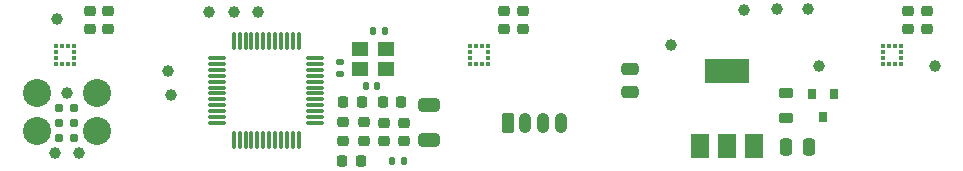
<source format=gbr>
%TF.GenerationSoftware,KiCad,Pcbnew,8.0.1*%
%TF.CreationDate,2024-05-30T20:42:28+03:00*%
%TF.ProjectId,jantteri-hit-detector,6a616e74-7465-4726-992d-6869742d6465,rev?*%
%TF.SameCoordinates,Original*%
%TF.FileFunction,Soldermask,Top*%
%TF.FilePolarity,Negative*%
%FSLAX46Y46*%
G04 Gerber Fmt 4.6, Leading zero omitted, Abs format (unit mm)*
G04 Created by KiCad (PCBNEW 8.0.1) date 2024-05-30 20:42:28*
%MOMM*%
%LPD*%
G01*
G04 APERTURE LIST*
G04 Aperture macros list*
%AMRoundRect*
0 Rectangle with rounded corners*
0 $1 Rounding radius*
0 $2 $3 $4 $5 $6 $7 $8 $9 X,Y pos of 4 corners*
0 Add a 4 corners polygon primitive as box body*
4,1,4,$2,$3,$4,$5,$6,$7,$8,$9,$2,$3,0*
0 Add four circle primitives for the rounded corners*
1,1,$1+$1,$2,$3*
1,1,$1+$1,$4,$5*
1,1,$1+$1,$6,$7*
1,1,$1+$1,$8,$9*
0 Add four rect primitives between the rounded corners*
20,1,$1+$1,$2,$3,$4,$5,0*
20,1,$1+$1,$4,$5,$6,$7,0*
20,1,$1+$1,$6,$7,$8,$9,0*
20,1,$1+$1,$8,$9,$2,$3,0*%
G04 Aperture macros list end*
%ADD10RoundRect,0.249999X-0.650001X0.325001X-0.650001X-0.325001X0.650001X-0.325001X0.650001X0.325001X0*%
%ADD11RoundRect,0.225000X-0.225000X-0.250000X0.225000X-0.250000X0.225000X0.250000X-0.225000X0.250000X0*%
%ADD12RoundRect,0.225000X0.225000X0.250000X-0.225000X0.250000X-0.225000X-0.250000X0.225000X-0.250000X0*%
%ADD13RoundRect,0.225000X-0.250000X0.225000X-0.250000X-0.225000X0.250000X-0.225000X0.250000X0.225000X0*%
%ADD14RoundRect,0.140000X-0.140000X-0.170000X0.140000X-0.170000X0.140000X0.170000X-0.140000X0.170000X0*%
%ADD15RoundRect,0.225000X0.250000X-0.225000X0.250000X0.225000X-0.250000X0.225000X-0.250000X-0.225000X0*%
%ADD16RoundRect,0.250000X-0.250000X-0.475000X0.250000X-0.475000X0.250000X0.475000X-0.250000X0.475000X0*%
%ADD17RoundRect,0.250000X0.475000X-0.250000X0.475000X0.250000X-0.475000X0.250000X-0.475000X-0.250000X0*%
%ADD18RoundRect,0.218750X0.218750X0.256250X-0.218750X0.256250X-0.218750X-0.256250X0.218750X-0.256250X0*%
%ADD19RoundRect,0.218750X0.381250X-0.218750X0.381250X0.218750X-0.381250X0.218750X-0.381250X-0.218750X0*%
%ADD20RoundRect,0.249999X-0.265001X-0.615001X0.265001X-0.615001X0.265001X0.615001X-0.265001X0.615001X0*%
%ADD21O,1.030000X1.730000*%
%ADD22C,2.374900*%
%ADD23C,0.990600*%
%ADD24C,0.787400*%
%ADD25RoundRect,0.135000X0.185000X-0.135000X0.185000X0.135000X-0.185000X0.135000X-0.185000X-0.135000X0*%
%ADD26RoundRect,0.135000X0.135000X0.185000X-0.135000X0.185000X-0.135000X-0.185000X0.135000X-0.185000X0*%
%ADD27RoundRect,0.075000X0.662500X0.075000X-0.662500X0.075000X-0.662500X-0.075000X0.662500X-0.075000X0*%
%ADD28RoundRect,0.075000X0.075000X0.662500X-0.075000X0.662500X-0.075000X-0.662500X0.075000X-0.662500X0*%
%ADD29R,0.375000X0.350000*%
%ADD30R,0.350000X0.375000*%
%ADD31R,1.500000X2.000000*%
%ADD32R,3.800000X2.000000*%
%ADD33R,1.400000X1.200000*%
%ADD34C,1.000000*%
%ADD35R,0.800000X0.900000*%
G04 APERTURE END LIST*
D10*
%TO.C,C1*%
X99060000Y-47193200D03*
X99060000Y-50143200D03*
%TD*%
D11*
%TO.C,C2*%
X91820400Y-46939200D03*
X93370400Y-46939200D03*
%TD*%
D12*
%TO.C,C3*%
X96723200Y-46939200D03*
X95173200Y-46939200D03*
%TD*%
D13*
%TO.C,C4*%
X95250000Y-48691200D03*
X95250000Y-50241200D03*
%TD*%
%TO.C,C5*%
X96926400Y-48717200D03*
X96926400Y-50267200D03*
%TD*%
%TO.C,C6*%
X93573600Y-48666400D03*
X93573600Y-50216400D03*
%TD*%
%TO.C,C7*%
X91795600Y-48666400D03*
X91795600Y-50216400D03*
%TD*%
D14*
%TO.C,C8*%
X93726000Y-45618400D03*
X94686000Y-45618400D03*
%TD*%
%TO.C,C9*%
X94363600Y-40944800D03*
X95323600Y-40944800D03*
%TD*%
D15*
%TO.C,C12*%
X105435400Y-40780000D03*
X105435400Y-39230000D03*
%TD*%
%TO.C,C13*%
X107022900Y-40767000D03*
X107022900Y-39217000D03*
%TD*%
%TO.C,C14*%
X139598400Y-40767000D03*
X139598400Y-39217000D03*
%TD*%
%TO.C,C15*%
X141249400Y-40767000D03*
X141249400Y-39217000D03*
%TD*%
%TO.C,C16*%
X71932800Y-40792400D03*
X71932800Y-39242400D03*
%TD*%
%TO.C,C17*%
X70358000Y-40792400D03*
X70358000Y-39242400D03*
%TD*%
D16*
%TO.C,C18*%
X129316400Y-50749200D03*
X131216400Y-50749200D03*
%TD*%
D17*
%TO.C,C19*%
X116078000Y-46096000D03*
X116078000Y-44196000D03*
%TD*%
D18*
%TO.C,D1*%
X93319600Y-51968400D03*
X91744600Y-51968400D03*
%TD*%
D19*
%TO.C,FB1*%
X129286000Y-48310800D03*
X129286000Y-46185800D03*
%TD*%
D20*
%TO.C,J1*%
X105736000Y-48768000D03*
D21*
X107236000Y-48768000D03*
X108736000Y-48768000D03*
X110236000Y-48768000D03*
%TD*%
D22*
%TO.C,J2*%
X70967600Y-46228000D03*
D23*
X68427600Y-46228000D03*
D22*
X65887600Y-46228000D03*
X70967600Y-49403000D03*
X65887600Y-49403000D03*
D23*
X69443600Y-51308000D03*
X67411600Y-51308000D03*
D24*
X67792600Y-47498000D03*
X69062600Y-47498000D03*
X67792600Y-48768000D03*
X69062600Y-48768000D03*
X67792600Y-50038000D03*
X69062600Y-50038000D03*
%TD*%
D25*
%TO.C,R1*%
X91541600Y-44551600D03*
X91541600Y-43531600D03*
%TD*%
D26*
%TO.C,R2*%
X96930400Y-51968400D03*
X95910400Y-51968400D03*
%TD*%
D27*
%TO.C,U1*%
X89455700Y-48724000D03*
X89455700Y-48224000D03*
X89455700Y-47724000D03*
X89455700Y-47224000D03*
X89455700Y-46724000D03*
X89455700Y-46224000D03*
X89455700Y-45724000D03*
X89455700Y-45224000D03*
X89455700Y-44724000D03*
X89455700Y-44224000D03*
X89455700Y-43724000D03*
X89455700Y-43224000D03*
D28*
X88043200Y-41811500D03*
X87543200Y-41811500D03*
X87043200Y-41811500D03*
X86543200Y-41811500D03*
X86043200Y-41811500D03*
X85543200Y-41811500D03*
X85043200Y-41811500D03*
X84543200Y-41811500D03*
X84043200Y-41811500D03*
X83543200Y-41811500D03*
X83043200Y-41811500D03*
X82543200Y-41811500D03*
D27*
X81130700Y-43224000D03*
X81130700Y-43724000D03*
X81130700Y-44224000D03*
X81130700Y-44724000D03*
X81130700Y-45224000D03*
X81130700Y-45724000D03*
X81130700Y-46224000D03*
X81130700Y-46724000D03*
X81130700Y-47224000D03*
X81130700Y-47724000D03*
X81130700Y-48224000D03*
X81130700Y-48724000D03*
D28*
X82543200Y-50136500D03*
X83043200Y-50136500D03*
X83543200Y-50136500D03*
X84043200Y-50136500D03*
X84543200Y-50136500D03*
X85043200Y-50136500D03*
X85543200Y-50136500D03*
X86043200Y-50136500D03*
X86543200Y-50136500D03*
X87043200Y-50136500D03*
X87543200Y-50136500D03*
X88043200Y-50136500D03*
%TD*%
D29*
%TO.C,U3*%
X102552000Y-42239500D03*
X102552000Y-42739500D03*
X102552000Y-43239500D03*
X102552000Y-43739500D03*
D30*
X103064500Y-43752000D03*
X103564500Y-43752000D03*
D29*
X104077000Y-43739500D03*
X104077000Y-43239500D03*
X104077000Y-42739500D03*
X104077000Y-42239500D03*
D30*
X103564500Y-42227000D03*
X103064500Y-42227000D03*
%TD*%
D29*
%TO.C,U4*%
X137540500Y-42239500D03*
X137540500Y-42739500D03*
X137540500Y-43239500D03*
X137540500Y-43739500D03*
D30*
X138053000Y-43752000D03*
X138553000Y-43752000D03*
D29*
X139065500Y-43739500D03*
X139065500Y-43239500D03*
X139065500Y-42739500D03*
X139065500Y-42239500D03*
D30*
X138553000Y-42227000D03*
X138053000Y-42227000D03*
%TD*%
D29*
%TO.C,U5*%
X67500000Y-42239500D03*
X67500000Y-42739500D03*
X67500000Y-43239500D03*
X67500000Y-43739500D03*
D30*
X68012500Y-43752000D03*
X68512500Y-43752000D03*
D29*
X69025000Y-43739500D03*
X69025000Y-43239500D03*
X69025000Y-42739500D03*
X69025000Y-42239500D03*
D30*
X68512500Y-42227000D03*
X68012500Y-42227000D03*
%TD*%
D31*
%TO.C,U6*%
X122007600Y-50648400D03*
X124307600Y-50648400D03*
D32*
X124307600Y-44348400D03*
D31*
X126607600Y-50648400D03*
%TD*%
D33*
%TO.C,Y1*%
X93235600Y-44131600D03*
X95435600Y-44131600D03*
X95435600Y-42431600D03*
X93235600Y-42431600D03*
%TD*%
D34*
%TO.C,TP1*%
X131165600Y-39116000D03*
%TD*%
%TO.C,TP2*%
X125780800Y-39166800D03*
%TD*%
%TO.C,TP3*%
X128524000Y-39116000D03*
%TD*%
%TO.C,TP4*%
X84632800Y-39319200D03*
%TD*%
%TO.C,TP5*%
X119583200Y-42113200D03*
%TD*%
%TO.C,TP6*%
X67614800Y-39928800D03*
%TD*%
%TO.C,TP7*%
X82550000Y-39319200D03*
%TD*%
%TO.C,TP8*%
X141884400Y-43891200D03*
%TD*%
%TO.C,TP9*%
X77012800Y-44297600D03*
%TD*%
%TO.C,TP10*%
X80467200Y-39319200D03*
%TD*%
%TO.C,TP11*%
X132130800Y-43891200D03*
%TD*%
%TO.C,TP12*%
X77216000Y-46329600D03*
%TD*%
D35*
%TO.C,Q1*%
X133385600Y-46260000D03*
X131485600Y-46260000D03*
X132435600Y-48260000D03*
%TD*%
M02*

</source>
